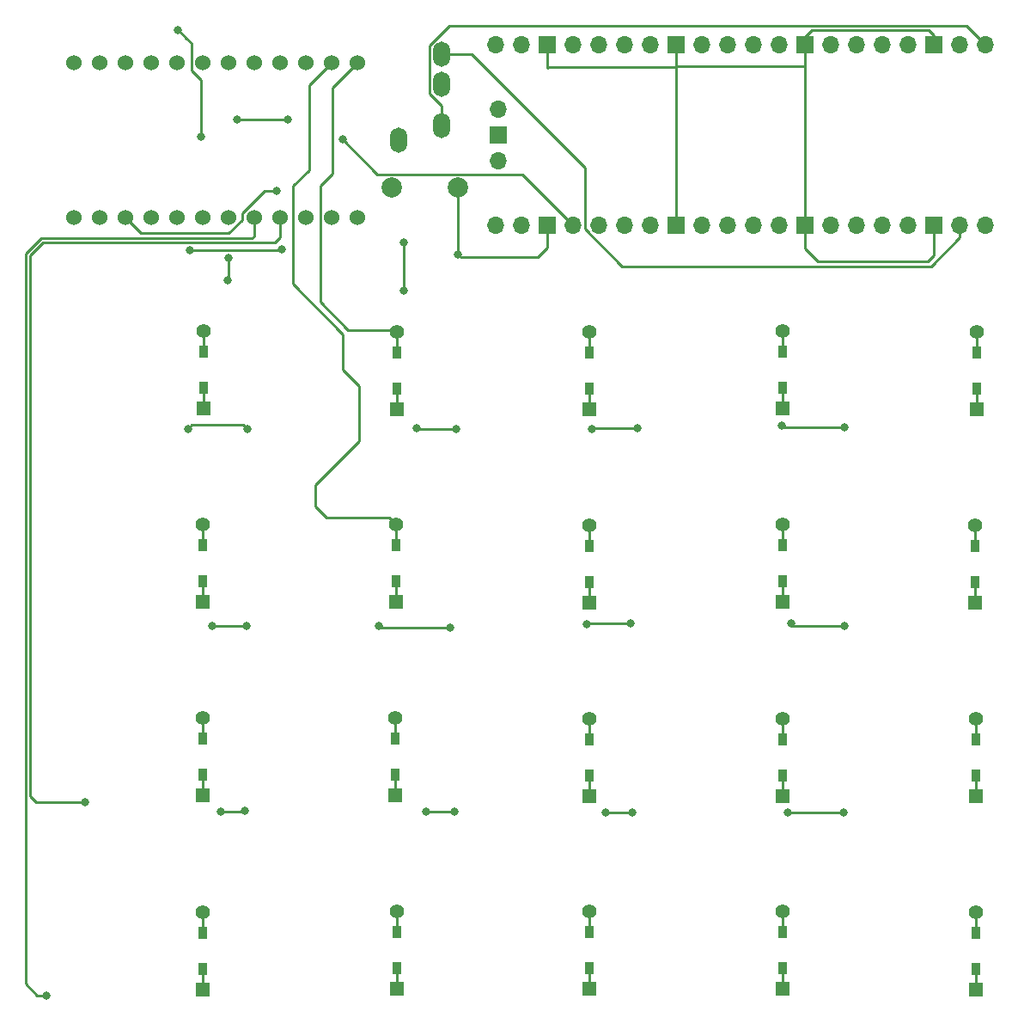
<source format=gbr>
G04 #@! TF.GenerationSoftware,KiCad,Pcbnew,(5.1.6-0-10_14)*
G04 #@! TF.CreationDate,2022-02-23T18:14:53+09:00*
G04 #@! TF.ProjectId,cool640,636f6f6c-3634-4302-9e6b-696361645f70,rev?*
G04 #@! TF.SameCoordinates,Original*
G04 #@! TF.FileFunction,Copper,L1,Top*
G04 #@! TF.FilePolarity,Positive*
%FSLAX46Y46*%
G04 Gerber Fmt 4.6, Leading zero omitted, Abs format (unit mm)*
G04 Created by KiCad (PCBNEW (5.1.6-0-10_14)) date 2022-02-23 18:14:53*
%MOMM*%
%LPD*%
G01*
G04 APERTURE LIST*
G04 #@! TA.AperFunction,ComponentPad*
%ADD10C,1.524000*%
G04 #@! TD*
G04 #@! TA.AperFunction,ComponentPad*
%ADD11C,2.000000*%
G04 #@! TD*
G04 #@! TA.AperFunction,ComponentPad*
%ADD12O,1.700000X1.700000*%
G04 #@! TD*
G04 #@! TA.AperFunction,ComponentPad*
%ADD13R,1.700000X1.700000*%
G04 #@! TD*
G04 #@! TA.AperFunction,ComponentPad*
%ADD14O,1.700000X2.500000*%
G04 #@! TD*
G04 #@! TA.AperFunction,SMDPad,CuDef*
%ADD15R,0.950000X1.300000*%
G04 #@! TD*
G04 #@! TA.AperFunction,ComponentPad*
%ADD16C,1.397000*%
G04 #@! TD*
G04 #@! TA.AperFunction,ComponentPad*
%ADD17R,1.397000X1.397000*%
G04 #@! TD*
G04 #@! TA.AperFunction,ViaPad*
%ADD18C,0.800000*%
G04 #@! TD*
G04 #@! TA.AperFunction,Conductor*
%ADD19C,0.250000*%
G04 #@! TD*
G04 APERTURE END LIST*
D10*
X-4678000Y12651400D03*
X-2138000Y12651400D03*
X402000Y12651400D03*
X2942000Y12651400D03*
X5482000Y12651400D03*
X8022000Y12651400D03*
X10562000Y12651400D03*
X13102000Y12651400D03*
X15642000Y12651400D03*
X18182000Y12651400D03*
X20722000Y12651400D03*
X23262000Y12651400D03*
X23262000Y27871400D03*
X20722000Y27871400D03*
X18182000Y27871400D03*
X15642000Y27871400D03*
X13102000Y27871400D03*
X10562000Y27871400D03*
X8022000Y27871400D03*
X5482000Y27871400D03*
X2942000Y27871400D03*
X402000Y27871400D03*
X-2138000Y27871400D03*
X-4678000Y27871400D03*
D11*
X33180000Y15580000D03*
X26680000Y15580000D03*
D12*
X85200000Y11880000D03*
X82660000Y11880000D03*
D13*
X80120000Y11880000D03*
D12*
X77580000Y11880000D03*
X75040000Y11880000D03*
X72500000Y11880000D03*
X69960000Y11880000D03*
D13*
X67420000Y11880000D03*
D12*
X64880000Y11880000D03*
X62340000Y11880000D03*
X59800000Y11880000D03*
X57260000Y11880000D03*
D13*
X54720000Y11880000D03*
D12*
X52180000Y11880000D03*
X49640000Y11880000D03*
X47100000Y11880000D03*
X44560000Y11880000D03*
D13*
X42020000Y11880000D03*
D12*
X39480000Y11880000D03*
X36940000Y11880000D03*
X36940000Y29660000D03*
X39480000Y29660000D03*
D13*
X42020000Y29660000D03*
D12*
X44560000Y29660000D03*
X47100000Y29660000D03*
X49640000Y29660000D03*
X52180000Y29660000D03*
D13*
X54720000Y29660000D03*
D12*
X57260000Y29660000D03*
X59800000Y29660000D03*
X62340000Y29660000D03*
X64880000Y29660000D03*
D13*
X67420000Y29660000D03*
D12*
X69960000Y29660000D03*
X72500000Y29660000D03*
X75040000Y29660000D03*
X77580000Y29660000D03*
D13*
X80120000Y29660000D03*
D12*
X82660000Y29660000D03*
X85200000Y29660000D03*
X37170000Y18230000D03*
D13*
X37170000Y20770000D03*
D12*
X37170000Y23310000D03*
D14*
X31590000Y28730000D03*
X31590000Y25730000D03*
X31590000Y21730000D03*
X27390000Y20230000D03*
D15*
X84290000Y-57815000D03*
D16*
X84290000Y-55780000D03*
D17*
X84290000Y-63400000D03*
D15*
X84290000Y-61365000D03*
X27160000Y-625000D03*
D16*
X27160000Y1410000D03*
D17*
X27160000Y-6210000D03*
D15*
X27160000Y-4175000D03*
X8110000Y-585000D03*
D16*
X8110000Y1450000D03*
D17*
X8110000Y-6170000D03*
D15*
X8110000Y-4135000D03*
X65230000Y-555000D03*
D16*
X65230000Y1480000D03*
D17*
X65230000Y-6140000D03*
D15*
X65230000Y-4105000D03*
X46120000Y-675000D03*
D16*
X46120000Y1360000D03*
D17*
X46120000Y-6260000D03*
D15*
X46120000Y-4225000D03*
X84300000Y-615000D03*
D16*
X84300000Y1420000D03*
D17*
X84300000Y-6200000D03*
D15*
X84300000Y-4165000D03*
X84200000Y-19725000D03*
D16*
X84200000Y-17690000D03*
D17*
X84200000Y-25310000D03*
D15*
X84200000Y-23275000D03*
X65220000Y-19645000D03*
D16*
X65220000Y-17610000D03*
D17*
X65220000Y-25230000D03*
D15*
X65220000Y-23195000D03*
X46140000Y-19695000D03*
D16*
X46140000Y-17660000D03*
D17*
X46140000Y-25280000D03*
D15*
X46140000Y-23245000D03*
X27090000Y-19655000D03*
D16*
X27090000Y-17620000D03*
D17*
X27090000Y-25240000D03*
D15*
X27090000Y-23205000D03*
X8070000Y-19655000D03*
D16*
X8070000Y-17620000D03*
D17*
X8070000Y-25240000D03*
D15*
X8070000Y-23205000D03*
X65210000Y-57715000D03*
D16*
X65210000Y-55680000D03*
D17*
X65210000Y-63300000D03*
D15*
X65210000Y-61265000D03*
X46160000Y-57685000D03*
D16*
X46160000Y-55650000D03*
D17*
X46160000Y-63270000D03*
D15*
X46160000Y-61235000D03*
X27150000Y-57755000D03*
D16*
X27150000Y-55720000D03*
D17*
X27150000Y-63340000D03*
D15*
X27150000Y-61305000D03*
X8050000Y-57775000D03*
D16*
X8050000Y-55740000D03*
D17*
X8050000Y-63360000D03*
D15*
X8050000Y-61325000D03*
X84220000Y-38725000D03*
D16*
X84220000Y-36690000D03*
D17*
X84220000Y-44310000D03*
D15*
X84220000Y-42275000D03*
X65170000Y-38745000D03*
D16*
X65170000Y-36710000D03*
D17*
X65170000Y-44330000D03*
D15*
X65170000Y-42295000D03*
X46150000Y-38735000D03*
D16*
X46150000Y-36700000D03*
D17*
X46150000Y-44320000D03*
D15*
X46150000Y-42285000D03*
X27060000Y-38675000D03*
D16*
X27060000Y-36640000D03*
D17*
X27060000Y-44260000D03*
D15*
X27060000Y-42225000D03*
X8030000Y-38685000D03*
D16*
X8030000Y-36650000D03*
D17*
X8030000Y-44270000D03*
D15*
X8030000Y-42235000D03*
D18*
X15370000Y15270000D03*
X65110000Y-7870000D03*
X71290000Y-8040000D03*
X46390000Y-8190000D03*
X50920000Y-8140000D03*
X33050000Y-8160000D03*
X12450000Y-8160000D03*
X6590000Y-8160000D03*
X29130000Y-8120000D03*
X71280000Y-27540000D03*
X50240000Y-27340000D03*
X12370000Y-27530000D03*
X9010000Y-27570000D03*
X66050000Y-27340000D03*
X32430000Y-27720000D03*
X45930000Y-27440000D03*
X25420000Y-27560000D03*
X9830000Y-45850000D03*
X12170000Y-45800000D03*
X32900000Y-45850000D03*
X30060000Y-45850000D03*
X65750000Y-45960000D03*
X-3540000Y-44890000D03*
X47750000Y-45970000D03*
X50420000Y-45970000D03*
X71220000Y-45960000D03*
X-7360000Y-63970000D03*
X10560000Y8680000D03*
X10500000Y6450000D03*
X27860000Y10150000D03*
X27870000Y5460000D03*
X15820000Y9510000D03*
X6760000Y9465000D03*
X33190000Y9030000D03*
X21870000Y20320000D03*
X5590000Y31080000D03*
X7880000Y20630000D03*
X11460000Y22290000D03*
X16460000Y22290000D03*
D19*
X8110000Y-4135000D02*
X8110000Y-6170000D01*
X27160000Y-4175000D02*
X27160000Y-6210000D01*
X46120000Y-6260000D02*
X46120000Y-4225000D01*
X65230000Y-4105000D02*
X65230000Y-6140000D01*
X84300000Y-4165000D02*
X84300000Y-6200000D01*
X8070000Y-23205000D02*
X8070000Y-25240000D01*
X27090000Y-23205000D02*
X27090000Y-25240000D01*
X46140000Y-25280000D02*
X46140000Y-23245000D01*
X65220000Y-25230000D02*
X65220000Y-23195000D01*
X84200000Y-23275000D02*
X84200000Y-25310000D01*
X8030000Y-42235000D02*
X8030000Y-44270000D01*
X27060000Y-42225000D02*
X27060000Y-44260000D01*
X46150000Y-44320000D02*
X46150000Y-42285000D01*
X65170000Y-42295000D02*
X65170000Y-44330000D01*
X84220000Y-44310000D02*
X84220000Y-42275000D01*
X8050000Y-63360000D02*
X8050000Y-61325000D01*
X27150000Y-61305000D02*
X27150000Y-63340000D01*
X46160000Y-63270000D02*
X46160000Y-61235000D01*
X65210000Y-61265000D02*
X65210000Y-63300000D01*
X84290000Y-63400000D02*
X84290000Y-61365000D01*
X14111838Y15270000D02*
X15370000Y15270000D01*
X11910000Y12390638D02*
X11910000Y13068162D01*
X1963382Y11090018D02*
X10609380Y11090018D01*
X10609380Y11090018D02*
X11910000Y12390638D01*
X11910000Y13068162D02*
X14111838Y15270000D01*
X402000Y12651400D02*
X1963382Y11090018D01*
X71290000Y-8040000D02*
X65280000Y-8040000D01*
X20845300Y16985300D02*
X19620600Y15760600D01*
X19620600Y15760600D02*
X19620600Y4348398D01*
X23262000Y27871400D02*
X20845300Y25454700D01*
X20845300Y25454700D02*
X20845300Y16985300D01*
X22378998Y1590000D02*
X26980000Y1590000D01*
X19620600Y4348398D02*
X22378998Y1590000D01*
X26980000Y1590000D02*
X27160000Y1410000D01*
X84300000Y1420000D02*
X84300000Y-615000D01*
X65280000Y-8040000D02*
X65110000Y-7870000D01*
X8110000Y1450000D02*
X8110000Y-585000D01*
X46440000Y-8140000D02*
X46390000Y-8190000D01*
X50920000Y-8140000D02*
X46440000Y-8140000D01*
X65230000Y1480000D02*
X65230000Y-555000D01*
X27160000Y1410000D02*
X27160000Y-625000D01*
X46120000Y1360000D02*
X46120000Y-675000D01*
X29170000Y-8160000D02*
X29130000Y-8120000D01*
X12050001Y-7760001D02*
X6989999Y-7760001D01*
X6989999Y-7760001D02*
X6590000Y-8160000D01*
X33050000Y-8160000D02*
X29170000Y-8160000D01*
X12450000Y-8160000D02*
X12050001Y-7760001D01*
X84200000Y-17690000D02*
X84200000Y-19725000D01*
X65220000Y-17610000D02*
X65220000Y-19645000D01*
X16940000Y15750000D02*
X18515300Y17325300D01*
X27090000Y-17620000D02*
X27090000Y-19655000D01*
X18515300Y17325300D02*
X18515300Y25664700D01*
X20722000Y27871400D02*
X18515300Y25664700D01*
X46140000Y-17660000D02*
X46140000Y-19695000D01*
X16920000Y15750000D02*
X16940000Y15750000D01*
X12370000Y-27530000D02*
X9050000Y-27530000D01*
X9050000Y-27530000D02*
X9010000Y-27570000D01*
X19125000Y-13675000D02*
X19125000Y-15775000D01*
X16920000Y6100000D02*
X21870000Y1150000D01*
X66250000Y-27540000D02*
X66050000Y-27340000D01*
X71280000Y-27540000D02*
X66250000Y-27540000D01*
X25580000Y-27720000D02*
X25420000Y-27560000D01*
X23430000Y-9370000D02*
X19125000Y-13675000D01*
X50240000Y-27340000D02*
X46030000Y-27340000D01*
X21870000Y-2360000D02*
X23430000Y-3920000D01*
X21870000Y1150000D02*
X21870000Y-2360000D01*
X20271501Y-16921501D02*
X26391501Y-16921501D01*
X16920000Y15750000D02*
X16920000Y6100000D01*
X46030000Y-27340000D02*
X45930000Y-27440000D01*
X23430000Y-3920000D02*
X23430000Y-9370000D01*
X8070000Y-17620000D02*
X8070000Y-19655000D01*
X26391501Y-16921501D02*
X27090000Y-17620000D01*
X32430000Y-27720000D02*
X25580000Y-27720000D01*
X19125000Y-15775000D02*
X20271501Y-16921501D01*
X-8960000Y8900000D02*
X-8960000Y-44300000D01*
X-8960000Y-44300000D02*
X-8960000Y-44320000D01*
X12120000Y-45850000D02*
X12170000Y-45800000D01*
X9830000Y-45850000D02*
X12120000Y-45850000D01*
X46150000Y-38735000D02*
X46150000Y-36700000D01*
X65170000Y-36710000D02*
X65170000Y-38745000D01*
X84220000Y-38725000D02*
X84220000Y-36690000D01*
X27060000Y-36640000D02*
X27060000Y-38675000D01*
X15642000Y10692000D02*
X15140000Y10190000D01*
X8030000Y-36650000D02*
X8030000Y-38685000D01*
X15140000Y10190000D02*
X12110000Y10190000D01*
X12430000Y10190000D02*
X12110000Y10190000D01*
X12110000Y10190000D02*
X-7670000Y10190000D01*
X15642000Y12651400D02*
X15642000Y10692000D01*
X30060000Y-45850000D02*
X32900000Y-45850000D01*
X-8960000Y-44320000D02*
X-8390000Y-44890000D01*
X-8390000Y-44890000D02*
X-3540000Y-44890000D01*
X-7670000Y10190000D02*
X-8960000Y8900000D01*
X47750000Y-45970000D02*
X50420000Y-45970000D01*
X65750000Y-45960000D02*
X71220000Y-45960000D01*
X12920010Y10640010D02*
X-7856401Y10640009D01*
X-7856401Y10640009D02*
X-9410010Y9086400D01*
X-9410010Y-62829990D02*
X-8270000Y-63970000D01*
X-8270000Y-63970000D02*
X-7360000Y-63970000D01*
X-9410010Y9086400D02*
X-9410010Y-62829990D01*
X13102000Y10822000D02*
X12920010Y10640010D01*
X13102000Y12651400D02*
X13102000Y10822000D01*
X65210000Y-55680000D02*
X65210000Y-57715000D01*
X27150000Y-55720000D02*
X27150000Y-57755000D01*
X84290000Y-57815000D02*
X84290000Y-55780000D01*
X46160000Y-57685000D02*
X46160000Y-55650000D01*
X8050000Y-57775000D02*
X8050000Y-55740000D01*
X10560000Y8680000D02*
X10560000Y6510000D01*
X10560000Y6510000D02*
X10500000Y6450000D01*
X10530000Y6480000D02*
X10500000Y6450000D01*
X27870000Y8900000D02*
X27870000Y10140000D01*
X27870000Y8900000D02*
X27870000Y5460000D01*
X27870000Y10140000D02*
X27860000Y10150000D01*
X67420000Y27520000D02*
X54750000Y27520000D01*
X67420000Y29660000D02*
X67420000Y27520000D01*
X54720000Y27490000D02*
X54720000Y11880000D01*
X54720000Y29660000D02*
X54720000Y27490000D01*
X67420000Y27520000D02*
X67420000Y11880000D01*
X33190000Y9030000D02*
X33190000Y15570000D01*
X42020000Y9660000D02*
X41070000Y8710000D01*
X67420000Y30420000D02*
X67420000Y29660000D01*
X33190000Y15570000D02*
X33180000Y15580000D01*
X80120000Y29660000D02*
X80120000Y30620000D01*
X68110000Y31110000D02*
X67420000Y30420000D01*
X12575000Y9465000D02*
X15775000Y9465000D01*
X15775000Y9465000D02*
X15820000Y9510000D01*
X31590000Y25730000D02*
X31590000Y25640000D01*
X6760000Y9465000D02*
X9505000Y9465000D01*
X80120000Y8910000D02*
X79510000Y8300000D01*
X42120000Y27490000D02*
X42020000Y27390000D01*
X54720000Y27490000D02*
X42120000Y27490000D01*
X42020000Y29660000D02*
X42020000Y27390000D01*
X80120000Y30620000D02*
X79630000Y31110000D01*
X67420000Y9580000D02*
X67420000Y11880000D01*
X54750000Y27520000D02*
X54720000Y27490000D01*
X68700000Y8300000D02*
X67420000Y9580000D01*
X79630000Y31110000D02*
X68110000Y31110000D01*
X80120000Y11880000D02*
X80120000Y8910000D01*
X79510000Y8300000D02*
X68700000Y8300000D01*
X9505000Y9465000D02*
X12575000Y9465000D01*
X41070000Y8710000D02*
X33510000Y8710000D01*
X33510000Y8710000D02*
X33190000Y9030000D01*
X42020000Y11880000D02*
X42020000Y9660000D01*
X31590000Y28730000D02*
X34570000Y28730000D01*
X35400000Y27900000D02*
X34640000Y28660000D01*
X45735001Y17564999D02*
X35400000Y27900000D01*
X34570000Y28730000D02*
X35400000Y27900000D01*
X49391008Y7849990D02*
X45735001Y11505997D01*
X82660000Y10677919D02*
X79832071Y7849990D01*
X45735001Y11505997D02*
X45735001Y13104999D01*
X82660000Y11880000D02*
X82660000Y10677919D01*
X79832071Y7849990D02*
X49391008Y7849990D01*
X45735001Y13104999D02*
X45735001Y17564999D01*
X85200000Y29660000D02*
X83299990Y31560010D01*
X36279990Y31560010D02*
X35750010Y31560010D01*
X31590000Y21730000D02*
X31590000Y23668285D01*
X83299990Y31560010D02*
X36279990Y31560010D01*
X32358295Y31560010D02*
X36279990Y31560010D01*
X31590000Y23668285D02*
X30414990Y24843295D01*
X30414990Y24843295D02*
X30414990Y29616705D01*
X30414990Y29616705D02*
X32358295Y31560010D01*
X25284999Y16905001D02*
X21870000Y20320000D01*
X44560000Y11880000D02*
X39534999Y16905001D01*
X39534999Y16905001D02*
X25284999Y16905001D01*
X6934999Y29825001D02*
X6480000Y30280000D01*
X6934999Y29724999D02*
X6934999Y29825001D01*
X5680000Y31080000D02*
X6480000Y30280000D01*
X5590000Y31080000D02*
X5680000Y31080000D01*
X6934999Y27125001D02*
X6934999Y27165001D01*
X7880000Y26180000D02*
X6934999Y27125001D01*
X6934999Y29724999D02*
X6934999Y27165001D01*
X7880000Y20630000D02*
X7880000Y26180000D01*
X16460000Y22290000D02*
X11460000Y22290000D01*
M02*

</source>
